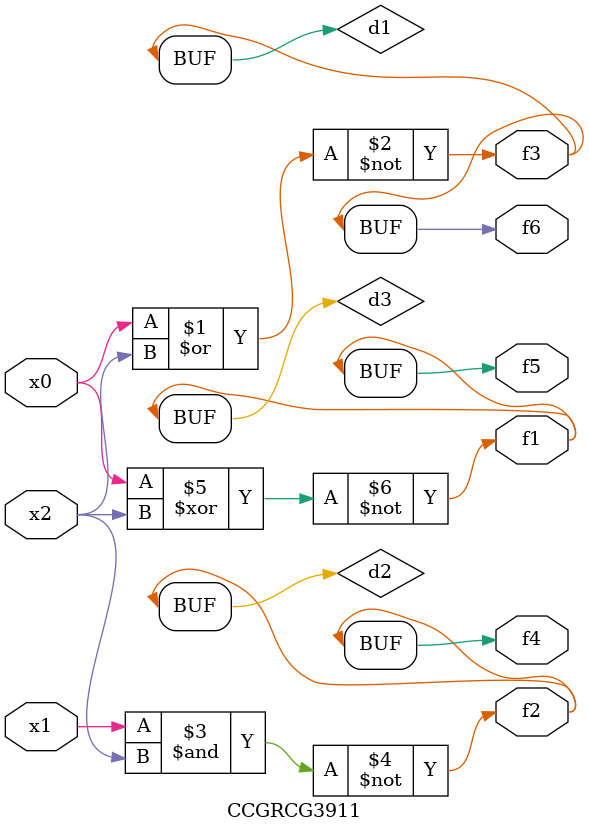
<source format=v>
module CCGRCG3911(
	input x0, x1, x2,
	output f1, f2, f3, f4, f5, f6
);

	wire d1, d2, d3;

	nor (d1, x0, x2);
	nand (d2, x1, x2);
	xnor (d3, x0, x2);
	assign f1 = d3;
	assign f2 = d2;
	assign f3 = d1;
	assign f4 = d2;
	assign f5 = d3;
	assign f6 = d1;
endmodule

</source>
